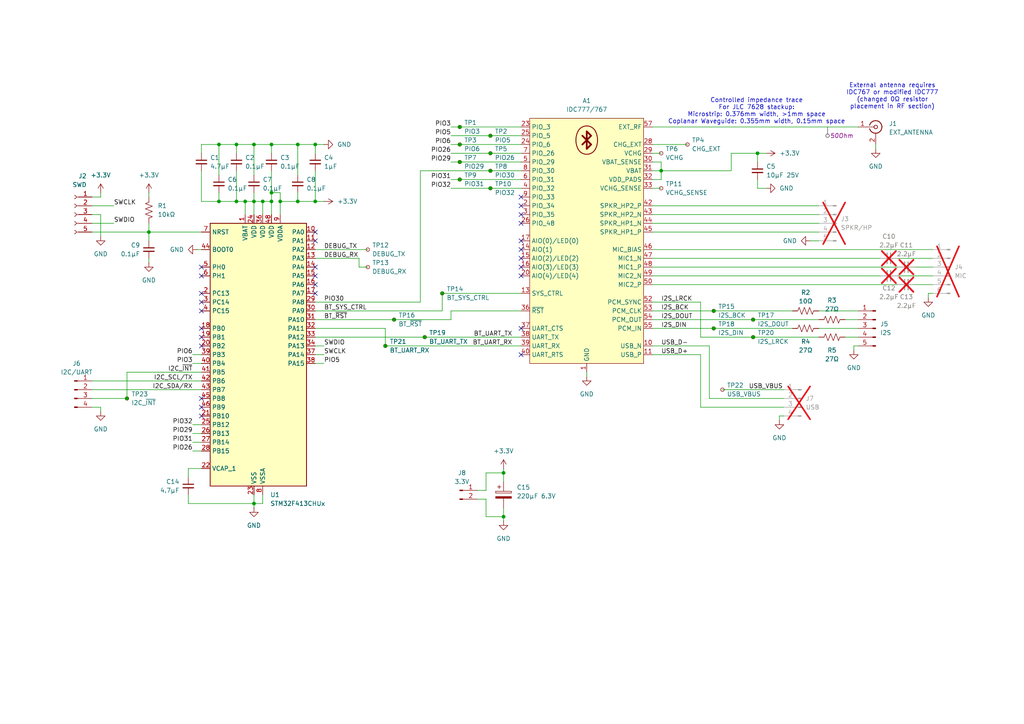
<source format=kicad_sch>
(kicad_sch (version 20231120) (generator "eeschema") (generator_version "8.0")
  (paper "A4")
  (lib_symbols
    (symbol "BW_Active:IDC777/767"
      (property "Reference" "A" (at 0 41.148 0))
      (property "Value" "IDC777/767" (at 0 38.862 0))
      (symbol "IDC777/767_0_0"
        (pin power_in line (at 0 -36.83 90) (length 2.54) (name "GND") (number "1"))
        (pin bidirectional line (at 19.05 -29.21 180) (length 2.54) (name "USB_N") (number "10"))
        (pin bidirectional line (at 19.05 -31.75 180) (length 2.54) (name "USB_P") (number "11"))
        (pin passive line (at 0 -36.83 90) (length 2.54) hide (name "GND") (number "12"))
        (pin input line (at -19.05 -13.97 0) (length 2.54) (name "SYS_CTRL") (number "13"))
        (pin bidirectional line (at -19.05 -1.27 0) (length 2.54) (name "AIO(1)") (number "14"))
        (pin bidirectional line (at -19.05 -3.81 0) (length 2.54) (name "AIO(2)/LED(2)") (number "15"))
        (pin bidirectional line (at -19.05 -6.35 0) (length 2.54) (name "AIO(3)/LED(3)") (number "16"))
        (pin bidirectional line (at -19.05 1.27 0) (length 2.54) (name "AIO(0)/LED(0)") (number "17"))
        (pin passive line (at 0 -36.83 90) (length 2.54) hide (name "GND") (number "18"))
        (pin passive line (at 0 -36.83 90) (length 2.54) hide (name "GND") (number "19"))
        (pin bidirectional line (at -19.05 11.43 0) (length 2.54) (name "PIO_34") (number "2"))
        (pin bidirectional line (at -19.05 -8.89 0) (length 2.54) (name "AIO(4)/LED(4)") (number "20"))
        (pin passive line (at 0 -36.83 90) (length 2.54) hide (name "GND") (number "21"))
        (pin passive line (at 0 -36.83 90) (length 2.54) hide (name "GND") (number "22"))
        (pin bidirectional line (at -19.05 34.29 0) (length 2.54) (name "PIO_3") (number "23"))
        (pin bidirectional line (at -19.05 29.21 0) (length 2.54) (name "PIO_6") (number "24"))
        (pin bidirectional line (at -19.05 31.75 0) (length 2.54) (name "PIO_5") (number "25"))
        (pin bidirectional line (at -19.05 6.35 0) (length 2.54) (name "PIO_48") (number "26"))
        (pin passive line (at 0 -36.83 90) (length 2.54) hide (name "GND") (number "27"))
        (pin passive line (at 19.05 29.21 180) (length 2.54) (name "CHG_EXT") (number "28"))
        (pin power_in line (at 19.05 26.67 180) (length 2.54) (name "VCHG") (number "29"))
        (pin bidirectional line (at -19.05 8.89 0) (length 2.54) (name "PIO_35") (number "3"))
        (pin input line (at 19.05 24.13 180) (length 2.54) (name "VBAT_SENSE") (number "30"))
        (pin power_in line (at 19.05 21.59 180) (length 2.54) (name "VBAT") (number "31"))
        (pin power_in line (at 19.05 19.05 180) (length 2.54) (name "VDD_PADS") (number "32"))
        (pin input line (at 19.05 16.51 180) (length 2.54) (name "VCHG_SENSE") (number "33"))
        (pin passive line (at 0 -36.83 90) (length 2.54) hide (name "GND") (number "34"))
        (pin passive line (at 0 -36.83 90) (length 2.54) hide (name "GND") (number "35"))
        (pin input line (at -19.05 -19.05 0) (length 2.54) (name "~{RST}") (number "36"))
        (pin input line (at -19.05 -24.13 0) (length 2.54) (name "UART_CTS") (number "37"))
        (pin output line (at -19.05 -26.67 0) (length 2.54) (name "UART_TX") (number "38"))
        (pin input line (at -19.05 -29.21 0) (length 2.54) (name "UART_RX") (number "39"))
        (pin bidirectional line (at -19.05 16.51 0) (length 2.54) (name "PIO_32") (number "4"))
        (pin output line (at -19.05 -31.75 0) (length 2.54) (name "UART_RTS") (number "40"))
        (pin passive line (at 0 -36.83 90) (length 2.54) hide (name "GND") (number "41"))
        (pin output line (at 19.05 11.43 180) (length 2.54) (name "SPKR_HP2_P") (number "42"))
        (pin output line (at 19.05 8.89 180) (length 2.54) (name "SPKR_HP2_N") (number "43"))
        (pin output line (at 19.05 6.35 180) (length 2.54) (name "SPKR_HP1_N") (number "44"))
        (pin output line (at 19.05 3.81 180) (length 2.54) (name "SPKR_HP1_P") (number "45"))
        (pin output line (at 19.05 -1.27 180) (length 2.54) (name "MIC_BIAS") (number "46"))
        (pin input line (at 19.05 -3.81 180) (length 2.54) (name "MIC1_N") (number "47"))
        (pin input line (at 19.05 -6.35 180) (length 2.54) (name "MIC1_P") (number "48"))
        (pin input line (at 19.05 -8.89 180) (length 2.54) (name "MIC2_N") (number "49"))
        (pin bidirectional line (at -19.05 24.13 0) (length 2.54) (name "PIO_29") (number "5"))
        (pin input line (at 19.05 -11.43 180) (length 2.54) (name "MIC2_P") (number "50"))
        (pin passive line (at 0 -36.83 90) (length 2.54) hide (name "GND") (number "51"))
        (pin bidirectional line (at 19.05 -16.51 180) (length 2.54) (name "PCM_SYNC") (number "52"))
        (pin bidirectional line (at 19.05 -19.05 180) (length 2.54) (name "PCM_CLK") (number "53"))
        (pin output line (at 19.05 -21.59 180) (length 2.54) (name "PCM_OUT") (number "54"))
        (pin input line (at 19.05 -24.13 180) (length 2.54) (name "PCM_IN") (number "55"))
        (pin passive line (at 0 -36.83 90) (length 2.54) hide (name "GND") (number "56"))
        (pin bidirectional line (at 19.05 34.29 180) (length 2.54) (name "EXT_RF") (number "57"))
        (pin passive line (at 0 -36.83 90) (length 2.54) hide (name "GND") (number "58"))
        (pin passive line (at 0 -36.83 90) (length 2.54) hide (name "GND") (number "59"))
        (pin bidirectional line (at -19.05 19.05 0) (length 2.54) (name "PIO_31") (number "6"))
        (pin passive line (at 0 -36.83 90) (length 2.54) hide (name "GND") (number "60"))
        (pin bidirectional line (at -19.05 26.67 0) (length 2.54) (name "PIO_26") (number "7"))
        (pin bidirectional line (at -19.05 21.59 0) (length 2.54) (name "PIO_30") (number "8"))
        (pin bidirectional line (at -19.05 13.97 0) (length 2.54) (name "PIO_33") (number "9"))
      )
    )
    (symbol "Connector:Conn_01x02_Pin" (pin_names (offset 1.016) hide)
      (property "Reference" "J" (at 0 2.54 0))
      (property "Value" "Conn_01x02_Pin" (at 0 -5.08 0))
      (symbol "Conn_01x02_Pin_1_1"
        (pin passive line (at 5.08 0 180) (length 3.81) (name "Pin_1") (number "1"))
        (pin passive line (at 5.08 -2.54 180) (length 3.81) (name "Pin_2") (number "2"))
      )
    )
    (symbol "Connector:Conn_01x04_Pin" (pin_names (offset 1.016) hide)
      (property "Reference" "J" (at 0 5.08 0))
      (property "Value" "Conn_01x04_Pin" (at 0 -7.62 0))
      (symbol "Conn_01x04_Pin_1_1"
        (pin passive line (at 5.08 2.54 180) (length 3.81) (name "Pin_1") (number "1"))
        (pin passive line (at 5.08 0 180) (length 3.81) (name "Pin_2") (number "2"))
        (pin passive line (at 5.08 -2.54 180) (length 3.81) (name "Pin_3") (number "3"))
        (pin passive line (at 5.08 -5.08 180) (length 3.81) (name "Pin_4") (number "4"))
      )
    )
    (symbol "Connector:Conn_01x05_Pin" (pin_names (offset 1.016) hide)
      (property "Reference" "J" (at 0 7.62 0))
      (property "Value" "Conn_01x05_Pin" (at 0 -7.62 0))
      (symbol "Conn_01x05_Pin_1_1"
        (pin passive line (at 5.08 5.08 180) (length 3.81) (name "Pin_1") (number "1"))
        (pin passive line (at 5.08 2.54 180) (length 3.81) (name "Pin_2") (number "2"))
        (pin passive line (at 5.08 0 180) (length 3.81) (name "Pin_3") (number "3"))
        (pin passive line (at 5.08 -2.54 180) (length 3.81) (name "Pin_4") (number "4"))
        (pin passive line (at 5.08 -5.08 180) (length 3.81) (name "Pin_5") (number "5"))
      )
    )
    (symbol "Connector:Conn_01x05_Socket" (pin_names (offset 1.016) hide)
      (property "Reference" "J" (at 0 7.62 0))
      (property "Value" "Conn_01x05_Socket" (at 0 -7.62 0))
      (symbol "Conn_01x05_Socket_1_1"
        (pin passive line (at -5.08 5.08 0) (length 3.81) (name "Pin_1") (number "1"))
        (pin passive line (at -5.08 2.54 0) (length 3.81) (name "Pin_2") (number "2"))
        (pin passive line (at -5.08 0 0) (length 3.81) (name "Pin_3") (number "3"))
        (pin passive line (at -5.08 -2.54 0) (length 3.81) (name "Pin_4") (number "4"))
        (pin passive line (at -5.08 -5.08 0) (length 3.81) (name "Pin_5") (number "5"))
      )
    )
    (symbol "Connector:Conn_01x06_Pin" (pin_names (offset 1.016) hide)
      (property "Reference" "J" (at 0 7.62 0))
      (property "Value" "Conn_01x06_Pin" (at 0 -10.16 0))
      (symbol "Conn_01x06_Pin_1_1"
        (pin passive line (at 5.08 5.08 180) (length 3.81) (name "Pin_1") (number "1"))
        (pin passive line (at 5.08 2.54 180) (length 3.81) (name "Pin_2") (number "2"))
        (pin passive line (at 5.08 0 180) (length 3.81) (name "Pin_3") (number "3"))
        (pin passive line (at 5.08 -2.54 180) (length 3.81) (name "Pin_4") (number "4"))
        (pin passive line (at 5.08 -5.08 180) (length 3.81) (name "Pin_5") (number "5"))
        (pin passive line (at 5.08 -7.62 180) (length 3.81) (name "Pin_6") (number "6"))
      )
    )
    (symbol "Connector:Conn_Coaxial" (pin_names (offset 1.016) hide)
      (property "Reference" "J" (at 0.254 3.048 0))
      (property "Value" "Conn_Coaxial" (at 2.921 0 90))
      (symbol "Conn_Coaxial_1_1"
        (pin passive line (at -5.08 0 0) (length 2.54) (name "In") (number "1"))
        (pin passive line (at 0 -5.08 90) (length 2.54) (name "Ext") (number "2"))
      )
    )
    (symbol "Connector:TestPoint_Small" (pin_numbers hide) (pin_names (offset 0.762) hide)
      (property "Reference" "TP" (at 0 3.81 0))
      (property "Value" "TestPoint_Small" (at 0 2.032 0))
      (symbol "TestPoint_Small_1_1"
        (pin passive line (at 0 0 90) (length 0) (name "1") (number "1"))
      )
    )
    (symbol "Device:C_Polarized" (pin_numbers hide) (pin_names (offset 0.254))
      (property "Reference" "C" (at 0.635 2.54 0))
      (property "Value" "C_Polarized" (at 0.635 -2.54 0))
      (symbol "C_Polarized_1_1"
        (pin passive line (at 0 3.81 270) (length 2.794) (name "~") (number "1"))
        (pin passive line (at 0 -3.81 90) (length 2.794) (name "~") (number "2"))
      )
    )
    (symbol "Device:C_Small" (pin_numbers hide) (pin_names (offset 0.254) hide)
      (property "Reference" "C" (at 0.254 1.778 0))
      (property "Value" "C_Small" (at 0.254 -2.032 0))
      (symbol "C_Small_1_1"
        (pin passive line (at 0 2.54 270) (length 2.032) (name "~") (number "1"))
        (pin passive line (at 0 -2.54 90) (length 2.032) (name "~") (number "2"))
      )
    )
    (symbol "Device:R_US" (pin_numbers hide) (pin_names (offset 0))
      (property "Reference" "R" (at 2.54 0 90))
      (property "Value" "R_US" (at -2.54 0 90))
      (symbol "R_US_1_1"
        (pin passive line (at 0 3.81 270) (length 1.27) (name "~") (number "1"))
        (pin passive line (at 0 -3.81 90) (length 1.27) (name "~") (number "2"))
      )
    )
    (symbol "MCU_ST_STM32F4:STM32F413CHUx"
      (property "Reference" "U" (at -12.7 39.37 0))
      (property "Value" "STM32F413CHUx" (at 10.16 39.37 0))
      (symbol "STM32F413CHUx_1_1"
        (pin power_in line (at -2.54 40.64 270) (length 2.54) (name "VBAT") (number "1"))
        (pin bidirectional line (at 17.78 35.56 180) (length 2.54) (name "PA0") (number "10"))
        (pin bidirectional line (at 17.78 33.02 180) (length 2.54) (name "PA1") (number "11"))
        (pin bidirectional line (at 17.78 30.48 180) (length 2.54) (name "PA2") (number "12"))
        (pin bidirectional line (at 17.78 27.94 180) (length 2.54) (name "PA3") (number "13"))
        (pin bidirectional line (at 17.78 25.4 180) (length 2.54) (name "PA4") (number "14"))
        (pin bidirectional line (at 17.78 22.86 180) (length 2.54) (name "PA5") (number "15"))
        (pin bidirectional line (at 17.78 20.32 180) (length 2.54) (name "PA6") (number "16"))
        (pin bidirectional line (at 17.78 17.78 180) (length 2.54) (name "PA7") (number "17"))
        (pin bidirectional line (at -15.24 7.62 0) (length 2.54) (name "PB0") (number "18"))
        (pin bidirectional line (at -15.24 5.08 0) (length 2.54) (name "PB1") (number "19"))
        (pin bidirectional line (at -15.24 17.78 0) (length 2.54) (name "PC13") (number "2"))
        (pin bidirectional line (at -15.24 2.54 0) (length 2.54) (name "PB2") (number "20"))
        (pin bidirectional line (at -15.24 -17.78 0) (length 2.54) (name "PB10") (number "21"))
        (pin power_out line (at -15.24 -33.02 0) (length 2.54) (name "VCAP_1") (number "22"))
        (pin power_in line (at 0 -40.64 90) (length 2.54) (name "VSS") (number "23"))
        (pin power_in line (at 0 40.64 270) (length 2.54) (name "VDD") (number "24"))
        (pin bidirectional line (at -15.24 -20.32 0) (length 2.54) (name "PB12") (number "25"))
        (pin bidirectional line (at -15.24 -22.86 0) (length 2.54) (name "PB13") (number "26"))
        (pin bidirectional line (at -15.24 -25.4 0) (length 2.54) (name "PB14") (number "27"))
        (pin bidirectional line (at -15.24 -27.94 0) (length 2.54) (name "PB15") (number "28"))
        (pin bidirectional line (at 17.78 15.24 180) (length 2.54) (name "PA8") (number "29"))
        (pin bidirectional line (at -15.24 15.24 0) (length 2.54) (name "PC14") (number "3"))
        (pin bidirectional line (at 17.78 12.7 180) (length 2.54) (name "PA9") (number "30"))
        (pin bidirectional line (at 17.78 10.16 180) (length 2.54) (name "PA10") (number "31"))
        (pin bidirectional line (at 17.78 7.62 180) (length 2.54) (name "PA11") (number "32"))
        (pin bidirectional line (at 17.78 5.08 180) (length 2.54) (name "PA12") (number "33"))
        (pin bidirectional line (at 17.78 2.54 180) (length 2.54) (name "PA13") (number "34"))
        (pin passive line (at 0 -40.64 90) (length 2.54) hide (name "VSS") (number "35"))
        (pin power_in line (at 2.54 40.64 270) (length 2.54) (name "VDD") (number "36"))
        (pin bidirectional line (at 17.78 0 180) (length 2.54) (name "PA14") (number "37"))
        (pin bidirectional line (at 17.78 -2.54 180) (length 2.54) (name "PA15") (number "38"))
        (pin bidirectional line (at -15.24 0 0) (length 2.54) (name "PB3") (number "39"))
        (pin bidirectional line (at -15.24 12.7 0) (length 2.54) (name "PC15") (number "4"))
        (pin bidirectional line (at -15.24 -2.54 0) (length 2.54) (name "PB4") (number "40"))
        (pin bidirectional line (at -15.24 -5.08 0) (length 2.54) (name "PB5") (number "41"))
        (pin bidirectional line (at -15.24 -7.62 0) (length 2.54) (name "PB6") (number "42"))
        (pin bidirectional line (at -15.24 -10.16 0) (length 2.54) (name "PB7") (number "43"))
        (pin input line (at -15.24 30.48 0) (length 2.54) (name "BOOT0") (number "44"))
        (pin bidirectional line (at -15.24 -12.7 0) (length 2.54) (name "PB8") (number "45"))
        (pin bidirectional line (at -15.24 -15.24 0) (length 2.54) (name "PB9") (number "46"))
        (pin passive line (at 0 -40.64 90) (length 2.54) hide (name "VSS") (number "47"))
        (pin power_in line (at 5.08 40.64 270) (length 2.54) (name "VDD") (number "48"))
        (pin passive line (at 0 -40.64 90) (length 2.54) hide (name "VSS") (number "49"))
        (pin bidirectional line (at -15.24 25.4 0) (length 2.54) (name "PH0") (number "5"))
        (pin bidirectional line (at -15.24 22.86 0) (length 2.54) (name "PH1") (number "6"))
        (pin input line (at -15.24 35.56 0) (length 2.54) (name "NRST") (number "7"))
        (pin power_in line (at 2.54 -40.64 90) (length 2.54) (name "VSSA") (number "8"))
        (pin power_in line (at 7.62 40.64 270) (length 2.54) (name "VDDA") (number "9"))
      )
    )
    (symbol "power:+3.3V" (power) (pin_numbers hide) (pin_names (offset 0) hide)
      (property "Value" "+3.3V" (at 0 3.556 0))
      (symbol "+3.3V_1_1"
        (pin power_in line (at 0 0 90) (length 0) (name "~") (number "1"))
      )
    )
    (symbol "power:GND" (power) (pin_numbers hide) (pin_names (offset 0) hide)
      (property "Value" "GND" (at 0 -3.81 0))
      (symbol "GND_1_1"
        (pin power_in line (at 0 0 270) (length 0) (name "~") (number "1"))
      )
    )
  )
  (junction (at 133.35 52.07))
  (junction (at 111.76 100.33))
  (junction (at 63.5 41.91))
  (junction (at 123.19 97.79))
  (junction (at 142.24 54.61))
  (junction (at 91.44 41.91))
  (junction (at 133.35 36.83))
  (junction (at 146.05 137.16))
  (junction (at 81.28 58.42))
  (junction (at 86.36 58.42))
  (junction (at 78.74 55.88))
  (junction (at 128.27 85.09))
  (junction (at 218.44 97.79))
  (junction (at 207.01 90.17))
  (junction (at 68.58 41.91))
  (junction (at 86.36 41.91))
  (junction (at 219.71 44.45))
  (junction (at 78.74 58.42))
  (junction (at 63.5 58.42))
  (junction (at 36.83 115.57))
  (junction (at 191.77 49.53))
  (junction (at 142.24 44.45))
  (junction (at 133.35 41.91))
  (junction (at 142.24 49.53))
  (junction (at 133.35 46.99))
  (junction (at 68.58 58.42))
  (junction (at 207.01 95.25))
  (junction (at 71.12 58.42))
  (junction (at 76.2 58.42))
  (junction (at 78.74 41.91))
  (junction (at 73.66 41.91))
  (junction (at 73.66 146.05))
  (junction (at 91.44 58.42))
  (junction (at 73.66 58.42))
  (junction (at 218.44 92.71))
  (junction (at 43.18 67.31))
  (junction (at 142.24 39.37))
  (junction (at 114.3 92.71))
  (junction (at 146.05 149.86))
  (no_connect (at 58.42 77.47))
  (no_connect (at 58.42 100.33))
  (no_connect (at 91.44 82.55))
  (no_connect (at 151.13 80.01))
  (no_connect (at 151.13 95.25))
  (no_connect (at 58.42 87.63))
  (no_connect (at 151.13 59.69))
  (no_connect (at 91.44 85.09))
  (no_connect (at 58.42 115.57))
  (no_connect (at 151.13 72.39))
  (no_connect (at 58.42 85.09))
  (no_connect (at 58.42 90.17))
  (no_connect (at 91.44 80.01))
  (no_connect (at 151.13 69.85))
  (no_connect (at 58.42 118.11))
  (no_connect (at 151.13 77.47))
  (no_connect (at 91.44 69.85))
  (no_connect (at 151.13 62.23))
  (no_connect (at 58.42 80.01))
  (no_connect (at 91.44 67.31))
  (no_connect (at 151.13 64.77))
  (no_connect (at 58.42 120.65))
  (no_connect (at 151.13 102.87))
  (no_connect (at 91.44 77.47))
  (no_connect (at 151.13 74.93))
  (no_connect (at 58.42 97.79))
  (no_connect (at 151.13 57.15))
  (no_connect (at 58.42 95.25))
  (wire (pts (xy 209.55 113.03) (xy 227.33 113.03)))
  (wire (pts (xy 73.66 58.42) (xy 73.66 62.23)))
  (wire (pts (xy 146.05 137.16) (xy 146.05 139.7)))
  (wire (pts (xy 140.97 149.86) (xy 146.05 149.86)))
  (wire (pts (xy 189.23 72.39) (xy 270.51 72.39)))
  (wire (pts (xy 269.24 85.09) (xy 270.51 85.09)))
  (wire (pts (xy 245.11 97.79) (xy 248.92 97.79)))
  (wire (pts (xy 203.2 97.79) (xy 203.2 87.63)))
  (wire (pts (xy 234.95 69.85) (xy 237.49 69.85)))
  (wire (pts (xy 140.97 142.24) (xy 140.97 137.16)))
  (wire (pts (xy 76.2 58.42) (xy 78.74 58.42)))
  (wire (pts (xy 73.66 41.91) (xy 78.74 41.91)))
  (wire (pts (xy 58.42 58.42) (xy 63.5 58.42)))
  (wire (pts (xy 222.25 44.45) (xy 219.71 44.45)))
  (wire (pts (xy 189.23 87.63) (xy 203.2 87.63)))
  (wire (pts (xy 55.88 123.19) (xy 58.42 123.19)))
  (wire (pts (xy 121.92 49.53) (xy 121.92 87.63)))
  (wire (pts (xy 43.18 67.31) (xy 43.18 69.85)))
  (wire (pts (xy 151.13 49.53) (xy 142.24 49.53)))
  (wire (pts (xy 91.44 95.25) (xy 111.76 95.25)))
  (wire (pts (xy 130.81 44.45) (xy 142.24 44.45)))
  (wire (pts (xy 189.23 41.91) (xy 199.39 41.91)))
  (wire (pts (xy 26.67 62.23) (xy 29.21 62.23)))
  (wire (pts (xy 265.43 77.47) (xy 270.51 77.47)))
  (wire (pts (xy 189.23 95.25) (xy 207.01 95.25)))
  (wire (pts (xy 71.12 58.42) (xy 71.12 62.23)))
  (wire (pts (xy 36.83 115.57) (xy 26.67 115.57)))
  (wire (pts (xy 203.2 97.79) (xy 218.44 97.79)))
  (wire (pts (xy 123.19 97.79) (xy 151.13 97.79)))
  (wire (pts (xy 245.11 92.71) (xy 248.92 92.71)))
  (wire (pts (xy 142.24 44.45) (xy 151.13 44.45)))
  (wire (pts (xy 237.49 90.17) (xy 248.92 90.17)))
  (wire (pts (xy 133.35 52.07) (xy 151.13 52.07)))
  (wire (pts (xy 189.23 64.77) (xy 237.49 64.77)))
  (wire (pts (xy 29.21 57.15) (xy 26.67 57.15)))
  (wire (pts (xy 43.18 55.88) (xy 43.18 57.15)))
  (wire (pts (xy 91.44 58.42) (xy 93.98 58.42)))
  (wire (pts (xy 76.2 146.05) (xy 73.66 146.05)))
  (wire (pts (xy 76.2 58.42) (xy 76.2 62.23)))
  (wire (pts (xy 222.25 54.61) (xy 219.71 54.61)))
  (wire (pts (xy 128.27 85.09) (xy 151.13 85.09)))
  (wire (pts (xy 58.42 44.45) (xy 58.42 41.91)))
  (wire (pts (xy 33.02 64.77) (xy 26.67 64.77)))
  (wire (pts (xy 189.23 62.23) (xy 237.49 62.23)))
  (wire (pts (xy 189.23 59.69) (xy 237.49 59.69)))
  (wire (pts (xy 86.36 58.42) (xy 91.44 58.42)))
  (wire (pts (xy 71.12 58.42) (xy 73.66 58.42)))
  (wire (pts (xy 29.21 55.88) (xy 29.21 57.15)))
  (wire (pts (xy 26.67 110.49) (xy 58.42 110.49)))
  (wire (pts (xy 205.74 100.33) (xy 205.74 115.57)))
  (wire (pts (xy 91.44 92.71) (xy 114.3 92.71)))
  (wire (pts (xy 73.66 143.51) (xy 73.66 146.05)))
  (wire (pts (xy 189.23 49.53) (xy 191.77 49.53)))
  (wire (pts (xy 63.5 41.91) (xy 68.58 41.91)))
  (wire (pts (xy 212.09 44.45) (xy 212.09 49.53)))
  (wire (pts (xy 58.42 49.53) (xy 58.42 58.42)))
  (wire (pts (xy 76.2 143.51) (xy 76.2 146.05)))
  (wire (pts (xy 254 41.91) (xy 254 43.18)))
  (wire (pts (xy 189.23 52.07) (xy 191.77 52.07)))
  (wire (pts (xy 86.36 41.91) (xy 91.44 41.91)))
  (wire (pts (xy 203.2 102.87) (xy 203.2 118.11)))
  (wire (pts (xy 207.01 90.17) (xy 229.87 90.17)))
  (wire (pts (xy 142.24 39.37) (xy 151.13 39.37)))
  (wire (pts (xy 133.35 46.99) (xy 151.13 46.99)))
  (wire (pts (xy 54.61 143.51) (xy 54.61 146.05)))
  (wire (pts (xy 265.43 82.55) (xy 270.51 82.55)))
  (wire (pts (xy 130.81 39.37) (xy 142.24 39.37)))
  (wire (pts (xy 260.35 80.01) (xy 270.51 80.01)))
  (wire (pts (xy 78.74 41.91) (xy 86.36 41.91)))
  (wire (pts (xy 91.44 90.17) (xy 128.27 90.17)))
  (wire (pts (xy 54.61 138.43) (xy 54.61 135.89)))
  (wire (pts (xy 81.28 55.88) (xy 81.28 58.42)))
  (wire (pts (xy 29.21 62.23) (xy 29.21 68.58)))
  (wire (pts (xy 68.58 58.42) (xy 71.12 58.42)))
  (wire (pts (xy 142.24 49.53) (xy 121.92 49.53)))
  (wire (pts (xy 91.44 41.91) (xy 91.44 44.45)))
  (wire (pts (xy 205.74 115.57) (xy 227.33 115.57)))
  (wire (pts (xy 146.05 149.86) (xy 146.05 151.13)))
  (wire (pts (xy 55.88 130.81) (xy 58.42 130.81)))
  (wire (pts (xy 191.77 52.07) (xy 191.77 49.53)))
  (wire (pts (xy 189.23 90.17) (xy 207.01 90.17)))
  (wire (pts (xy 91.44 105.41) (xy 93.98 105.41)))
  (wire (pts (xy 130.81 36.83) (xy 133.35 36.83)))
  (wire (pts (xy 43.18 67.31) (xy 58.42 67.31)))
  (wire (pts (xy 189.23 77.47) (xy 260.35 77.47)))
  (wire (pts (xy 226.06 121.92) (xy 226.06 120.65)))
  (wire (pts (xy 78.74 49.53) (xy 78.74 55.88)))
  (wire (pts (xy 26.67 118.11) (xy 29.21 118.11)))
  (wire (pts (xy 140.97 137.16) (xy 146.05 137.16)))
  (wire (pts (xy 133.35 41.91) (xy 151.13 41.91)))
  (wire (pts (xy 54.61 146.05) (xy 73.66 146.05)))
  (wire (pts (xy 189.23 102.87) (xy 203.2 102.87)))
  (wire (pts (xy 78.74 58.42) (xy 78.74 62.23)))
  (wire (pts (xy 219.71 44.45) (xy 212.09 44.45)))
  (wire (pts (xy 91.44 58.42) (xy 91.44 49.53)))
  (wire (pts (xy 78.74 55.88) (xy 78.74 58.42)))
  (wire (pts (xy 130.81 46.99) (xy 133.35 46.99)))
  (wire (pts (xy 73.66 146.05) (xy 73.66 147.32)))
  (wire (pts (xy 189.23 80.01) (xy 255.27 80.01)))
  (wire (pts (xy 36.83 107.95) (xy 58.42 107.95)))
  (wire (pts (xy 260.35 74.93) (xy 270.51 74.93)))
  (wire (pts (xy 111.76 100.33) (xy 151.13 100.33)))
  (wire (pts (xy 57.15 72.39) (xy 58.42 72.39)))
  (wire (pts (xy 189.23 92.71) (xy 218.44 92.71)))
  (wire (pts (xy 91.44 72.39) (xy 106.68 72.39)))
  (wire (pts (xy 63.5 58.42) (xy 68.58 58.42)))
  (wire (pts (xy 138.43 142.24) (xy 140.97 142.24)))
  (wire (pts (xy 189.23 54.61) (xy 191.77 54.61)))
  (wire (pts (xy 130.81 54.61) (xy 142.24 54.61)))
  (wire (pts (xy 130.81 52.07) (xy 133.35 52.07)))
  (wire (pts (xy 114.3 92.71) (xy 130.81 92.71)))
  (wire (pts (xy 55.88 102.87) (xy 58.42 102.87)))
  (wire (pts (xy 189.23 74.93) (xy 255.27 74.93)))
  (wire (pts (xy 189.23 36.83) (xy 248.92 36.83)))
  (wire (pts (xy 63.5 41.91) (xy 63.5 50.8)))
  (wire (pts (xy 111.76 100.33) (xy 111.76 95.25)))
  (wire (pts (xy 26.67 67.31) (xy 43.18 67.31)))
  (wire (pts (xy 237.49 95.25) (xy 248.92 95.25)))
  (wire (pts (xy 73.66 58.42) (xy 76.2 58.42)))
  (wire (pts (xy 86.36 41.91) (xy 86.36 50.8)))
  (wire (pts (xy 138.43 144.78) (xy 140.97 144.78)))
  (wire (pts (xy 121.92 87.63) (xy 91.44 87.63)))
  (wire (pts (xy 29.21 118.11) (xy 29.21 119.38)))
  (wire (pts (xy 133.35 36.83) (xy 151.13 36.83)))
  (wire (pts (xy 128.27 90.17) (xy 128.27 85.09)))
  (wire (pts (xy 207.01 95.25) (xy 229.87 95.25)))
  (wire (pts (xy 104.14 77.47) (xy 106.68 77.47)))
  (wire (pts (xy 130.81 41.91) (xy 133.35 41.91)))
  (wire (pts (xy 55.88 128.27) (xy 58.42 128.27)))
  (wire (pts (xy 55.88 125.73) (xy 58.42 125.73)))
  (wire (pts (xy 130.81 90.17) (xy 151.13 90.17)))
  (wire (pts (xy 91.44 102.87) (xy 93.98 102.87)))
  (wire (pts (xy 73.66 55.88) (xy 73.66 58.42)))
  (wire (pts (xy 219.71 44.45) (xy 219.71 46.99)))
  (wire (pts (xy 91.44 100.33) (xy 93.98 100.33)))
  (wire (pts (xy 219.71 54.61) (xy 219.71 52.07)))
  (wire (pts (xy 63.5 55.88) (xy 63.5 58.42)))
  (wire (pts (xy 54.61 135.89) (xy 58.42 135.89)))
  (wire (pts (xy 91.44 74.93) (xy 104.14 74.93)))
  (wire (pts (xy 58.42 41.91) (xy 63.5 41.91)))
  (wire (pts (xy 189.23 67.31) (xy 237.49 67.31)))
  (wire (pts (xy 33.02 59.69) (xy 26.67 59.69)))
  (wire (pts (xy 55.88 105.41) (xy 58.42 105.41)))
  (wire (pts (xy 43.18 74.93) (xy 43.18 76.2)))
  (wire (pts (xy 68.58 41.91) (xy 73.66 41.91)))
  (wire (pts (xy 189.23 82.55) (xy 260.35 82.55)))
  (wire (pts (xy 43.18 64.77) (xy 43.18 67.31)))
  (wire (pts (xy 189.23 46.99) (xy 191.77 46.99)))
  (wire (pts (xy 36.83 107.95) (xy 36.83 115.57)))
  (wire (pts (xy 81.28 62.23) (xy 81.28 58.42)))
  (wire (pts (xy 140.97 144.78) (xy 140.97 149.86)))
  (wire (pts (xy 78.74 55.88) (xy 81.28 55.88)))
  (wire (pts (xy 81.28 58.42) (xy 86.36 58.42)))
  (wire (pts (xy 26.67 113.03) (xy 58.42 113.03)))
  (wire (pts (xy 189.23 44.45) (xy 191.77 44.45)))
  (wire (pts (xy 191.77 49.53) (xy 191.77 46.99)))
  (wire (pts (xy 91.44 97.79) (xy 123.19 97.79)))
  (wire (pts (xy 73.66 41.91) (xy 73.66 50.8)))
  (wire (pts (xy 269.24 86.36) (xy 269.24 85.09)))
  (wire (pts (xy 78.74 41.91) (xy 78.74 44.45)))
  (wire (pts (xy 146.05 149.86) (xy 146.05 147.32)))
  (wire (pts (xy 212.09 49.53) (xy 191.77 49.53)))
  (wire (pts (xy 68.58 41.91) (xy 68.58 44.45)))
  (wire (pts (xy 104.14 74.93) (xy 104.14 77.47)))
  (wire (pts (xy 91.44 41.91) (xy 93.98 41.91)))
  (wire (pts (xy 247.65 101.6) (xy 247.65 100.33)))
  (wire (pts (xy 142.24 54.61) (xy 151.13 54.61)))
  (wire (pts (xy 226.06 120.65) (xy 227.33 120.65)))
  (wire (pts (xy 130.81 92.71) (xy 130.81 90.17)))
  (wire (pts (xy 146.05 135.89) (xy 146.05 137.16)))
  (wire (pts (xy 247.65 100.33) (xy 248.92 100.33)))
  (wire (pts (xy 203.2 118.11) (xy 227.33 118.11)))
  (wire (pts (xy 170.18 107.95) (xy 170.18 109.22)))
  (wire (pts (xy 68.58 49.53) (xy 68.58 58.42)))
  (wire (pts (xy 189.23 100.33) (xy 205.74 100.33)))
  (wire (pts (xy 86.36 55.88) (xy 86.36 58.42)))
  (wire (pts (xy 218.44 92.71) (xy 237.49 92.71)))
  (wire (pts (xy 218.44 97.79) (xy 237.49 97.79)))
  (text "Controlled impedance trace\nFor JLC 7628 stackup:\nMicrostrip: 0.376mm width, >1mm space\nCoplanar Waveguide: 0.355mm width, 0.15mm space" (at 219.456 32.258 0) (effects (font (size 1.27 1.27))))
  (text "External antenna requires\nIDC767 or modified IDC777\n(changed 0Ω resistor\nplacement in RF section)" (at 258.826 27.94 0) (effects (font (size 1.27 1.27))))
  (label "DEBUG_RX" (at 93.98 74.93 0))
  (label "PIO29" (at 55.88 125.73 180))
  (label "PIO5" (at 130.81 39.37 180))
  (label "SWDIO" (at 93.98 100.33 0))
  (label "BT_UART_RX" (at 148.59 100.33 180))
  (label "BT_UART_TX" (at 148.59 97.79 180))
  (label "I2S_LRCK" (at 191.77 87.63 0))
  (label "PIO6" (at 130.81 41.91 180))
  (label "USB_VBUS" (at 217.17 113.03 0))
  (label "I2S_DOUT" (at 191.77 92.71 0))
  (label "PIO26" (at 55.88 130.81 180))
  (label "USB_D-" (at 191.77 100.33 0))
  (label "PIO31" (at 55.88 128.27 180))
  (label "I2C_SCL/TX" (at 55.88 110.49 180))
  (label "PIO32" (at 55.88 123.19 180))
  (label "DEBUG_TX" (at 93.98 72.39 0))
  (label "I2C_~{INT}" (at 55.88 107.95 180))
  (label "PIO30" (at 93.98 87.63 0))
  (label "PIO6" (at 55.88 102.87 180))
  (label "BT_SYS_CTRL" (at 93.98 90.17 0))
  (label "PIO31" (at 130.81 52.07 180))
  (label "PIO29" (at 130.81 46.99 180))
  (label "I2S_BCK" (at 191.77 90.17 0))
  (label "SWCLK" (at 33.02 59.69 0))
  (label "BT_~{RST}" (at 93.98 92.71 0))
  (label "PIO3" (at 55.88 105.41 180))
  (label "PIO5" (at 93.98 105.41 0))
  (label "I2C_SDA{slash}RX" (at 55.88 113.03 180))
  (label "USB_D+" (at 191.77 102.87 0))
  (label "PIO3" (at 130.81 36.83 180))
  (label "PIO32" (at 130.81 54.61 180))
  (label "I2S_DIN" (at 191.77 95.25 0))
  (label "SWCLK" (at 93.98 102.87 0))
  (label "SWDIO" (at 33.02 64.77 0))
  (label "PIO26" (at 130.81 44.45 180))
  (netclass_flag "" (length 2.54) (shape round) (at 240.03 36.83 180) (property "Netclass" "50Ohm" (at 240.7285 39.37 0) (effects (font (italic yes)) (justify left))))
  (symbol (lib_id "Device:C_Small") (at 86.36 53.34 0) (unit 1)
    (property "Reference" "C8" (at 88.9 52.0762 0) (effects (justify left)))
    (property "Value" "0.1µF" (at 88.9 54.6162 0) (effects (justify left)))
    (property "Footprint" "Capacitor_SMD:C_0603_1608Metric" (effects (hide yes)))
    (property "Description" "Unpolarized capacitor, small symbol" (effects (hide yes)))
  )
  (symbol (lib_id "Device:C_Small") (at 58.42 46.99 0) (unit 1)
    (property "Reference" "C1" (at 60.96 45.7262 0) (effects (justify left)))
    (property "Value" "4.7µF" (at 60.96 48.2662 0) (effects (justify left)))
    (property "Footprint" "Capacitor_SMD:C_0603_1608Metric" (effects (hide yes)))
    (property "Description" "Unpolarized capacitor, small symbol" (effects (hide yes)))
  )
  (symbol (lib_id "Device:R_US") (at 241.3 92.71 90) (unit 1)
    (property "Reference" "R3" (at 241.3 87.122 90))
    (property "Value" "27Ω" (at 241.3 89.662 90))
    (property "Footprint" "Resistor_SMD:R_0603_1608Metric" (effects (hide yes)))
    (property "Description" "Resistor, US symbol" (effects (hide yes)))
  )
  (symbol (lib_id "power:GND") (at 222.25 54.61 90) (unit 1)
    (property "Reference" "#PWR04" (effects (hide yes)))
    (property "Value" "GND" (at 226.06 54.6099 90) (effects (justify right)))
    (property "Description" "Power symbol creates a global label with name \"GND\" , ground" (effects (hide yes)))
  )
  (symbol (lib_id "Connector:Conn_01x06_Pin") (at 275.59 77.47 0) (mirror y) (unit 1) (dnp yes)
    (property "Reference" "J4" (at 276.86 77.4699 0) (effects (justify right)))
    (property "Value" "MIC" (at 276.86 80.0099 0) (effects (justify right)))
    (property "Footprint" "BW_Connectors:Amphenol_MINITEK_WTB_1.25_6P" (effects (hide yes)))
    (property "Description" "Generic connector, single row, 01x06, script generated" (effects (hide yes)))
  )
  (symbol (lib_id "Connector:Conn_01x05_Socket") (at 21.59 62.23 0) (mirror y) (unit 1)
    (property "Reference" "J2" (at 25.146 51.054 0) (effects (justify left)))
    (property "Value" "SWD" (at 25.146 53.594 0) (effects (justify left)))
    (property "Footprint" "Connector_PinSocket_1.27mm:PinSocket_1x05_P1.27mm_Vertical_SMD_Pin1Right" (effects (hide yes)))
    (property "Description" "Generic connector, single row, 01x05, script generated" (effects (hide yes)))
  )
  (symbol (lib_id "power:GND") (at 57.15 72.39 270) (mirror x) (unit 1)
    (property "Reference" "#PWR010" (effects (hide yes)))
    (property "Value" "GND" (at 53.34 72.3899 90) (effects (justify right)))
    (property "Description" "Power symbol creates a global label with name \"GND\" , ground" (effects (hide yes)))
  )
  (symbol (lib_id "power:GND") (at 234.95 69.85 270) (unit 1)
    (property "Reference" "#PWR09" (effects (hide yes)))
    (property "Value" "GND" (at 231.14 69.8499 90) (effects (justify right)))
    (property "Description" "Power symbol creates a global label with name \"GND\" , ground" (effects (hide yes)))
  )
  (symbol (lib_id "Connector:TestPoint_Small") (at 106.68 72.39 0) (unit 1)
    (property "Reference" "TP12" (at 107.95 71.1199 0) (effects (justify left)))
    (property "Value" "DEBUG_TX" (at 107.95 73.6599 0) (effects (justify left)))
    (property "Footprint" "BW_PassiveMechanical:TP_0603_1608Metric_Fused" (effects (hide yes)))
    (property "Description" "test point" (effects (hide yes)))
  )
  (symbol (lib_id "Device:C_Small") (at 43.18 72.39 0) (mirror y) (unit 1)
    (property "Reference" "C9" (at 40.64 71.1262 0) (effects (justify left)))
    (property "Value" "0.1µF" (at 40.64 73.6662 0) (effects (justify left)))
    (property "Footprint" "Capacitor_SMD:C_0603_1608Metric" (effects (hide yes)))
    (property "Description" "Unpolarized capacitor, small symbol" (effects (hide yes)))
  )
  (symbol (lib_id "power:GND") (at 254 43.18 0) (unit 1)
    (property "Reference" "#PWR02" (effects (hide yes)))
    (property "Value" "GND" (at 254 48.26 0))
    (property "Description" "Power symbol creates a global label with name \"GND\" , ground" (effects (hide yes)))
  )
  (symbol (lib_id "Device:C_Polarized") (at 146.05 143.51 0) (unit 1)
    (property "Reference" "C15" (at 149.86 141.3509 0) (effects (justify left)))
    (property "Value" "220µF 6.3V" (at 149.86 143.8909 0) (effects (justify left)))
    (property "Footprint" "Capacitor_SMD:CP_Elec_5x5.8" (effects (hide yes)))
    (property "Description" "Polarized capacitor" (effects (hide yes)))
  )
  (symbol (lib_id "Device:C_Small") (at 262.89 77.47 90) (unit 1) (dnp yes)
    (property "Reference" "C11" (at 262.8963 71.12 90))
    (property "Value" "2.2µF" (at 262.8963 73.66 90))
    (property "Footprint" "Capacitor_SMD:C_0603_1608Metric" (effects (hide yes)))
    (property "Description" "Unpolarized capacitor, small symbol" (effects (hide yes)))
  )
  (symbol (lib_id "Connector:TestPoint_Small") (at 133.35 46.99 0) (unit 1)
    (property "Reference" "TP7" (at 134.62 45.7199 0) (effects (justify left)))
    (property "Value" "PIO29" (at 134.62 48.2599 0) (effects (justify left)))
    (property "Footprint" "TestPoint:TestPoint_Pad_D1.0mm" (effects (hide yes)))
    (property "Description" "test point" (effects (hide yes)))
  )
  (symbol (lib_id "power:GND") (at 269.24 86.36 0) (unit 1)
    (property "Reference" "#PWR012" (effects (hide yes)))
    (property "Value" "GND" (at 269.24 91.44 0))
    (property "Description" "Power symbol creates a global label with name \"GND\" , ground" (effects (hide yes)))
  )
  (symbol (lib_id "Device:C_Small") (at 68.58 46.99 0) (unit 1)
    (property "Reference" "C2" (at 71.12 45.7262 0) (effects (justify left)))
    (property "Value" "0.1µF" (at 71.12 48.2662 0) (effects (justify left)))
    (property "Footprint" "Capacitor_SMD:C_0603_1608Metric" (effects (hide yes)))
    (property "Description" "Unpolarized capacitor, small symbol" (effects (hide yes)))
  )
  (symbol (lib_id "Connector:TestPoint_Small") (at 191.77 54.61 0) (unit 1)
    (property "Reference" "TP11" (at 193.04 53.3399 0) (effects (justify left)))
    (property "Value" "VCHG_SENSE" (at 193.04 55.8799 0) (effects (justify left)))
    (property "Footprint" "TestPoint:TestPoint_Pad_D1.0mm" (effects (hide yes)))
    (property "Description" "test point" (effects (hide yes)))
  )
  (symbol (lib_id "power:GND") (at 247.65 101.6 0) (unit 1)
    (property "Reference" "#PWR013" (effects (hide yes)))
    (property "Value" "GND" (at 247.65 106.68 0))
    (property "Description" "Power symbol creates a global label with name \"GND\" , ground" (effects (hide yes)))
  )
  (symbol (lib_id "Connector:Conn_01x04_Pin") (at 21.59 113.03 0) (unit 1)
    (property "Reference" "J6" (at 22.225 105.41 0))
    (property "Value" "I2C/UART" (at 22.225 107.95 0))
    (property "Footprint" "BW_Connectors:Amphenol_MINITEK_WTB_1.25_4P" (effects (hide yes)))
    (property "Description" "Generic connector, single row, 01x04, script generated" (effects (hide yes)))
  )
  (symbol (lib_id "power:GND") (at 43.18 76.2 0) (mirror y) (unit 1)
    (property "Reference" "#PWR011" (effects (hide yes)))
    (property "Value" "GND" (at 43.18 81.28 0))
    (property "Description" "Power symbol creates a global label with name \"GND\" , ground" (effects (hide yes)))
  )
  (symbol (lib_id "Connector:TestPoint_Small") (at 111.76 100.33 0) (unit 1)
    (property "Reference" "TP21" (at 113.03 99.0599 0) (effects (justify left)))
    (property "Value" "BT_UART_RX" (at 113.03 101.5999 0) (effects (justify left)))
    (property "Footprint" "BW_PassiveMechanical:TP_0603_1608Metric_Fused" (effects (hide yes)))
    (property "Description" "test point" (effects (hide yes)))
  )
  (symbol (lib_id "MCU_ST_STM32F4:STM32F413CHUx") (at 73.66 102.87 0) (unit 1)
    (property "Reference" "U1" (at 78.3941 143.51 0) (effects (justify left)))
    (property "Value" "STM32F413CHUx" (at 78.3941 146.05 0) (effects (justify left)))
    (property "Footprint" "Package_DFN_QFN:QFN-48-1EP_7x7mm_P0.5mm_EP5.6x5.6mm" (effects (hide yes)))
    (property "Datasheet" "https://www.st.com/resource/en/datasheet/stm32f413ch.pdf" (effects (hide yes)))
    (property "Description" "STMicroelectronics Arm Cortex-M4 MCU, 1536KB flash, 320KB RAM, 100 MHz, 1.7-3.6V, 36 GPIO, UFQFPN48" (effects (hide yes)))
  )
  (symbol (lib_id "Connector:TestPoint_Small") (at 142.24 54.61 0) (unit 1)
    (property "Reference" "TP10" (at 143.51 53.3399 0) (effects (justify left)))
    (property "Value" "PIO32" (at 143.51 55.8799 0) (effects (justify left)))
    (property "Footprint" "TestPoint:TestPoint_Pad_D1.0mm" (effects (hide yes)))
    (property "Description" "test point" (effects (hide yes)))
  )
  (symbol (lib_id "power:GND") (at 29.21 68.58 0) (mirror y) (unit 1)
    (property "Reference" "#PWR08" (effects (hide yes)))
    (property "Value" "GND" (at 29.21 73.66 0))
    (property "Description" "Power symbol creates a global label with name \"GND\" , ground" (effects (hide yes)))
  )
  (symbol (lib_id "Connector:TestPoint_Small") (at 207.01 90.17 0) (unit 1)
    (property "Reference" "TP15" (at 208.28 88.8999 0) (effects (justify left)))
    (property "Value" "I2S_BCK" (at 208.28 91.4399 0) (effects (justify left)))
    (property "Footprint" "BW_PassiveMechanical:TP_0603_1608Metric_Fused" (effects (hide yes)))
    (property "Description" "test point" (effects (hide yes)))
  )
  (symbol (lib_id "Device:C_Small") (at 91.44 46.99 0) (unit 1)
    (property "Reference" "C4" (at 93.98 45.7262 0) (effects (justify left)))
    (property "Value" "1µF" (at 93.98 48.2662 0) (effects (justify left)))
    (property "Footprint" "Capacitor_SMD:C_0603_1608Metric" (effects (hide yes)))
    (property "Description" "Unpolarized capacitor, small symbol" (effects (hide yes)))
  )
  (symbol (lib_id "Connector:TestPoint_Small") (at 199.39 41.91 0) (unit 1)
    (property "Reference" "TP4" (at 200.66 40.6399 0) (effects (justify left)))
    (property "Value" "CHG_EXT" (at 200.66 43.1799 0) (effects (justify left)))
    (property "Footprint" "TestPoint:TestPoint_Pad_D1.0mm" (effects (hide yes)))
    (property "Description" "test point" (effects (hide yes)))
  )
  (symbol (lib_id "Connector:Conn_01x05_Pin") (at 254 95.25 0) (mirror y) (unit 1)
    (property "Reference" "J5" (at 255.27 93.9799 0) (effects (justify right)))
    (property "Value" "I2S" (at 255.27 96.5199 0) (effects (justify right)))
    (property "Footprint" "BW_Connectors:Amphenol_MINITEK_WTB_1.25_5P" (effects (hide yes)))
    (property "Description" "Generic connector, single row, 01x05, script generated" (effects (hide yes)))
  )
  (symbol (lib_id "power:GND") (at 29.21 119.38 0) (mirror y) (unit 1)
    (property "Reference" "#PWR015" (effects (hide yes)))
    (property "Value" "GND" (at 29.21 124.46 0))
    (property "Description" "Power symbol creates a global label with name \"GND\" , ground" (effects (hide yes)))
  )
  (symbol (lib_id "power:GND") (at 73.66 147.32 0) (unit 1)
    (property "Reference" "#PWR018" (effects (hide yes)))
    (property "Value" "GND" (at 73.66 152.4 0))
    (property "Description" "Power symbol creates a global label with name \"GND\" , ground" (effects (hide yes)))
  )
  (symbol (lib_id "power:+3.3V") (at 222.25 44.45 270) (mirror x) (unit 1)
    (property "Reference" "#PWR03" (effects (hide yes)))
    (property "Value" "+3.3V" (at 226.06 44.4499 90) (effects (justify left)))
    (property "Description" "Power symbol creates a global label with name \"+3.3V\"" (effects (hide yes)))
  )
  (symbol (lib_id "Connector:TestPoint_Small") (at 218.44 92.71 0) (unit 1)
    (property "Reference" "TP17" (at 219.71 91.4399 0) (effects (justify left)))
    (property "Value" "I2S_DOUT" (at 219.71 93.9799 0) (effects (justify left)))
    (property "Footprint" "BW_PassiveMechanical:TP_0603_1608Metric_Fused" (effects (hide yes)))
    (property "Description" "test point" (effects (hide yes)))
  )
  (symbol (lib_id "Device:C_Small") (at 262.89 82.55 90) (unit 1) (dnp yes)
    (property "Reference" "C13" (at 262.89 86.106 90))
    (property "Value" "2.2µF" (at 262.89 88.646 90))
    (property "Footprint" "Capacitor_SMD:C_0603_1608Metric" (effects (hide yes)))
    (property "Description" "Unpolarized capacitor, small symbol" (effects (hide yes)))
  )
  (symbol (lib_id "Connector:TestPoint_Small") (at 128.27 85.09 0) (unit 1)
    (property "Reference" "TP14" (at 129.54 83.8199 0) (effects (justify left)))
    (property "Value" "BT_SYS_CTRL" (at 129.54 86.3599 0) (effects (justify left)))
    (property "Footprint" "BW_PassiveMechanical:TP_0603_1608Metric_Fused" (effects (hide yes)))
    (property "Description" "test point" (effects (hide yes)))
  )
  (symbol (lib_id "Connector:Conn_Coaxial") (at 254 36.83 0) (unit 1)
    (property "Reference" "J1" (at 257.81 35.8531 0) (effects (justify left)))
    (property "Value" "EXT_ANTENNA" (at 257.81 38.3931 0) (effects (justify left)))
    (property "Footprint" "Connector_Coaxial:U.FL_Molex_MCRF_73412-0110_Vertical" (effects (hide yes)))
    (property "Description" "coaxial connector (BNC, SMA, SMB, SMC, Cinch/RCA, LEMO, ...)" (effects (hide yes)))
  )
  (symbol (lib_id "Device:C_Small") (at 257.81 74.93 90) (unit 1) (dnp yes)
    (property "Reference" "C10" (at 257.8163 68.58 90))
    (property "Value" "2.2µF" (at 257.8163 71.12 90))
    (property "Footprint" "Capacitor_SMD:C_0603_1608Metric" (effects (hide yes)))
    (property "Description" "Unpolarized capacitor, small symbol" (effects (hide yes)))
  )
  (symbol (lib_id "power:+3.3V") (at 43.18 55.88 0) (mirror y) (unit 1)
    (property "Reference" "#PWR06" (effects (hide yes)))
    (property "Value" "+3.3V" (at 43.18 50.8 0))
    (property "Description" "Power symbol creates a global label with name \"+3.3V\"" (effects (hide yes)))
  )
  (symbol (lib_id "Connector:TestPoint_Small") (at 191.77 44.45 0) (unit 1)
    (property "Reference" "TP6" (at 193.04 43.1799 0) (effects (justify left)))
    (property "Value" "VCHG" (at 193.04 45.7199 0) (effects (justify left)))
    (property "Footprint" "TestPoint:TestPoint_Pad_D1.0mm" (effects (hide yes)))
    (property "Description" "test point" (effects (hide yes)))
  )
  (symbol (lib_id "Device:C_Small") (at 63.5 53.34 0) (unit 1)
    (property "Reference" "C6" (at 66.04 52.0762 0) (effects (justify left)))
    (property "Value" "0.1µF" (at 66.04 54.6162 0) (effects (justify left)))
    (property "Footprint" "Capacitor_SMD:C_0603_1608Metric" (effects (hide yes)))
    (property "Description" "Unpolarized capacitor, small symbol" (effects (hide yes)))
  )
  (symbol (lib_id "Connector:TestPoint_Small") (at 133.35 41.91 0) (unit 1)
    (property "Reference" "TP3" (at 134.62 40.6399 0) (effects (justify left)))
    (property "Value" "PIO6" (at 134.62 43.1799 0) (effects (justify left)))
    (property "Footprint" "TestPoint:TestPoint_Pad_D1.0mm" (effects (hide yes)))
    (property "Description" "test point" (effects (hide yes)))
  )
  (symbol (lib_id "Connector:TestPoint_Small") (at 142.24 49.53 0) (unit 1)
    (property "Reference" "TP8" (at 143.51 48.2599 0) (effects (justify left)))
    (property "Value" "PIO30" (at 143.51 50.7999 0) (effects (justify left)))
    (property "Footprint" "TestPoint:TestPoint_Pad_D1.0mm" (effects (hide yes)))
    (property "Description" "test point" (effects (hide yes)))
  )
  (symbol (lib_id "Device:R_US") (at 233.68 95.25 90) (unit 1)
    (property "Reference" "R4" (at 233.68 99.06 90))
    (property "Value" "27Ω" (at 233.68 101.6 90))
    (property "Footprint" "Resistor_SMD:R_0603_1608Metric" (effects (hide yes)))
    (property "Description" "Resistor, US symbol" (effects (hide yes)))
  )
  (symbol (lib_id "Connector:TestPoint_Small") (at 209.55 113.03 0) (unit 1)
    (property "Reference" "TP22" (at 210.82 111.7599 0) (effects (justify left)))
    (property "Value" "USB_VBUS" (at 210.82 114.2999 0) (effects (justify left)))
    (property "Footprint" "TestPoint:TestPoint_Pad_D1.0mm" (effects (hide yes)))
    (property "Description" "test point" (effects (hide yes)))
  )
  (symbol (lib_id "Connector:TestPoint_Small") (at 106.68 77.47 0) (unit 1)
    (property "Reference" "TP13" (at 107.95 76.1999 0) (effects (justify left)))
    (property "Value" "DEBUG_RX" (at 107.95 78.7399 0) (effects (justify left)))
    (property "Footprint" "BW_PassiveMechanical:TP_0603_1608Metric_Fused" (effects (hide yes)))
    (property "Description" "test point" (effects (hide yes)))
  )
  (symbol (lib_id "Device:C_Small") (at 73.66 53.34 0) (unit 1)
    (property "Reference" "C7" (at 76.2 52.0762 0) (effects (justify left)))
    (property "Value" "0.1µF" (at 76.2 54.6162 0) (effects (justify left)))
    (property "Footprint" "Capacitor_SMD:C_0603_1608Metric" (effects (hide yes)))
    (property "Description" "Unpolarized capacitor, small symbol" (effects (hide yes)))
  )
  (symbol (lib_id "Connector:Conn_01x02_Pin") (at 133.35 142.24 0) (unit 1)
    (property "Reference" "J8" (at 133.985 137.16 0))
    (property "Value" "3.3V" (at 133.985 139.7 0))
    (property "Footprint" "BW_Connectors:Amphenol_MINITEK_WTB_1.25_2P" (effects (hide yes)))
    (property "Description" "Generic connector, single row, 01x02, script generated" (effects (hide yes)))
  )
  (symbol (lib_id "power:+3.3V") (at 146.05 135.89 0) (mirror y) (unit 1)
    (property "Reference" "#PWR017" (effects (hide yes)))
    (property "Value" "+3.3V" (at 146.05 130.81 0))
    (property "Description" "Power symbol creates a global label with name \"+3.3V\"" (effects (hide yes)))
  )
  (symbol (lib_id "power:GND") (at 93.98 41.91 90) (mirror x) (unit 1)
    (property "Reference" "#PWR01" (effects (hide yes)))
    (property "Value" "GND" (at 97.79 41.9099 90) (effects (justify right)))
    (property "Description" "Power symbol creates a global label with name \"GND\" , ground" (effects (hide yes)))
  )
  (symbol (lib_id "Device:R_US") (at 43.18 60.96 0) (mirror y) (unit 1)
    (property "Reference" "R1" (at 45.72 59.6899 0) (effects (justify right)))
    (property "Value" "10kΩ" (at 45.72 62.2299 0) (effects (justify right)))
    (property "Footprint" "Resistor_SMD:R_0603_1608Metric" (effects (hide yes)))
    (property "Description" "Resistor, US symbol" (effects (hide yes)))
  )
  (symbol (lib_id "power:GND") (at 146.05 151.13 0) (unit 1)
    (property "Reference" "#PWR019" (effects (hide yes)))
    (property "Value" "GND" (at 146.05 156.21 0))
    (property "Description" "Power symbol creates a global label with name \"GND\" , ground" (effects (hide yes)))
  )
  (symbol (lib_id "Connector:TestPoint_Small") (at 36.83 115.57 0) (unit 1)
    (property "Reference" "TP23" (at 38.1 114.2999 0) (effects (justify left)))
    (property "Value" "I2C_~{INT}" (at 38.1 116.8399 0) (effects (justify left)))
    (property "Footprint" "BW_PassiveMechanical:TP_0603_1608Metric_Fused" (effects (hide yes)))
    (property "Description" "test point" (effects (hide yes)))
  )
  (symbol (lib_id "Connector:Conn_01x05_Pin") (at 242.57 64.77 0) (mirror y) (unit 1) (dnp yes)
    (property "Reference" "J3" (at 243.84 63.4999 0) (effects (justify right)))
    (property "Value" "SPKR/HP" (at 243.84 66.0399 0) (effects (justify right)))
    (property "Footprint" "BW_Connectors:Amphenol_MINITEK_WTB_1.25_5P" (effects (hide yes)))
    (property "Description" "Generic connector, single row, 01x05, script generated" (effects (hide yes)))
  )
  (symbol (lib_id "Connector:TestPoint_Small") (at 123.19 97.79 0) (unit 1)
    (property "Reference" "TP19" (at 124.46 96.5199 0) (effects (justify left)))
    (property "Value" "BT_UART_TX" (at 124.46 99.0599 0) (effects (justify left)))
    (property "Footprint" "BW_PassiveMechanical:TP_0603_1608Metric_Fused" (effects (hide yes)))
    (property "Description" "test point" (effects (hide yes)))
  )
  (symbol (lib_id "Connector:TestPoint_Small") (at 142.24 44.45 0) (unit 1)
    (property "Reference" "TP5" (at 143.51 43.1799 0) (effects (justify left)))
    (property "Value" "PIO26" (at 143.51 45.7199 0) (effects (justify left)))
    (property "Footprint" "TestPoint:TestPoint_Pad_D1.0mm" (effects (hide yes)))
    (property "Description" "test point" (effects (hide yes)))
  )
  (symbol (lib_id "power:+3.3V") (at 29.21 55.88 0) (mirror y) (unit 1)
    (property "Reference" "#PWR05" (effects (hide yes)))
    (property "Value" "+3.3V" (at 29.21 50.8 0))
    (property "Description" "Power symbol creates a global label with name \"+3.3V\"" (effects (hide yes)))
  )
  (symbol (lib_id "Device:C_Small") (at 78.74 46.99 0) (unit 1)
    (property "Reference" "C3" (at 81.28 45.7262 0) (effects (justify left)))
    (property "Value" "0.1µF" (at 81.28 48.2662 0) (effects (justify left)))
    (property "Footprint" "Capacitor_SMD:C_0603_1608Metric" (effects (hide yes)))
    (property "Description" "Unpolarized capacitor, small symbol" (effects (hide yes)))
  )
  (symbol (lib_id "Connector:TestPoint_Small") (at 133.35 36.83 0) (unit 1)
    (property "Reference" "TP1" (at 134.62 35.5599 0) (effects (justify left)))
    (property "Value" "PIO3" (at 134.62 38.0999 0) (effects (justify left)))
    (property "Footprint" "TestPoint:TestPoint_Pad_D1.0mm" (effects (hide yes)))
    (property "Description" "test point" (effects (hide yes)))
  )
  (symbol (lib_id "Device:C_Small") (at 257.81 80.01 90) (unit 1) (dnp yes)
    (property "Reference" "C12" (at 257.81 83.566 90))
    (property "Value" "2.2µF" (at 257.81 86.106 90))
    (property "Footprint" "Capacitor_SMD:C_0603_1608Metric" (effects (hide yes)))
    (property "Description" "Unpolarized capacitor, small symbol" (effects (hide yes)))
  )
  (symbol (lib_id "power:GND") (at 226.06 121.92 0) (unit 1)
    (property "Reference" "#PWR016" (effects (hide yes)))
    (property "Value" "GND" (at 226.06 127 0))
    (property "Description" "Power symbol creates a global label with name \"GND\" , ground" (effects (hide yes)))
  )
  (symbol (lib_id "Device:R_US") (at 241.3 97.79 90) (unit 1)
    (property "Reference" "R5" (at 241.3 101.6 90))
    (property "Value" "27Ω" (at 241.3 104.14 90))
    (property "Footprint" "Resistor_SMD:R_0603_1608Metric" (effects (hide yes)))
    (property "Description" "Resistor, US symbol" (effects (hide yes)))
  )
  (symbol (lib_id "Device:C_Small") (at 219.71 49.53 0) (unit 1)
    (property "Reference" "C5" (at 222.25 48.2662 0) (effects (justify left)))
    (property "Value" "10µF 25V" (at 222.25 50.8062 0) (effects (justify left)))
    (property "Footprint" "Capacitor_SMD:C_0805_2012Metric" (effects (hide yes)))
    (property "Description" "Unpolarized capacitor, small symbol" (effects (hide yes)))
  )
  (symbol (lib_id "Connector:TestPoint_Small") (at 114.3 92.71 0) (unit 1)
    (property "Reference" "TP16" (at 115.57 91.4399 0) (effects (justify left)))
    (property "Value" "BT_~{RST}" (at 115.57 93.9799 0) (effects (justify left)))
    (property "Footprint" "BW_PassiveMechanical:TP_0603_1608Metric_Fused" (effects (hide yes)))
    (property "Description" "test point" (effects (hide yes)))
  )
  (symbol (lib_id "Connector:Conn_01x04_Pin") (at 232.41 115.57 0) (mirror y) (unit 1) (dnp yes)
    (property "Reference" "J7" (at 233.68 115.5699 0) (effects (justify right)))
    (property "Value" "USB" (at 233.68 118.1099 0) (effects (justify right)))
    (property "Footprint" "BW_Connectors:Amphenol_MINITEK_0.8_4P_V" (effects (hide yes)))
    (property "Description" "Generic connector, single row, 01x04, script generated" (effects (hide yes)))
  )
  (symbol (lib_id "Connector:TestPoint_Small") (at 218.44 97.79 0) (unit 1)
    (property "Reference" "TP20" (at 219.71 96.5199 0) (effects (justify left)))
    (property "Value" "I2S_LRCK" (at 219.71 99.0599 0) (effects (justify left)))
    (property "Footprint" "BW_PassiveMechanical:TP_0603_1608Metric_Fused" (effects (hide yes)))
    (property "Description" "test point" (effects (hide yes)))
  )
  (symbol (lib_id "power:GND") (at 170.18 109.22 0) (unit 1)
    (property "Reference" "#PWR014" (effects (hide yes)))
    (property "Value" "GND" (at 170.18 114.3 0))
    (property "Description" "Power symbol creates a global label with name \"GND\" , ground" (effects (hide yes)))
  )
  (symbol (lib_id "Connector:TestPoint_Small") (at 207.01 95.25 0) (unit 1)
    (property "Reference" "TP18" (at 208.28 93.9799 0) (effects (justify left)))
    (property "Value" "I2S_DIN" (at 208.28 96.5199 0) (effects (justify left)))
    (property "Footprint" "BW_PassiveMechanical:TP_0603_1608Metric_Fused" (effects (hide yes)))
    (property "Description" "test point" (effects (hide yes)))
  )
  (symbol (lib_id "Connector:TestPoint_Small") (at 142.24 39.37 0) (unit 1)
    (property "Reference" "TP2" (at 143.51 38.0999 0) (effects (justify left)))
    (property "Value" "PIO5" (at 143.51 40.6399 0) (effects (justify left)))
    (property "Footprint" "TestPoint:TestPoint_Pad_D1.0mm" (effects (hide yes)))
    (property "Description" "test point" (effects (hide yes)))
  )
  (symbol (lib_id "Device:C_Small") (at 54.61 140.97 0) (unit 1)
    (property "Reference" "C14" (at 52.07 139.7062 0) (effects (justify right)))
    (property "Value" "4.7µF" (at 52.07 142.2462 0) (effects (justify right)))
    (property "Footprint" "Capacitor_SMD:C_0603_1608Metric" (effects (hide yes)))
    (property "Description" "Unpolarized capacitor, small symbol" (effects (hide yes)))
  )
  (symbol (lib_id "power:+3.3V") (at 93.98 58.42 270) (mirror x) (unit 1)
    (property "Reference" "#PWR07" (effects (hide yes)))
    (property "Value" "+3.3V" (at 97.79 58.4199 90) (effects (justify left)))
    (property "Description" "Power symbol creates a global label with name \"+3.3V\"" (effects (hide yes)))
  )
  (symbol (lib_id "Connector:TestPoint_Small") (at 133.35 52.07 0) (unit 1)
    (property "Reference" "TP9" (at 134.62 50.7999 0) (effects (justify left)))
    (property "Value" "PIO31" (at 134.62 53.3399 0) (effects (justify left)))
    (property "Footprint" "TestPoint:TestPoint_Pad_D1.0mm" (effects (hide yes)))
    (property "Description" "test point" (effects (hide yes)))
  )
  (symbol (lib_id "Device:R_US") (at 233.68 90.17 90) (unit 1)
    (property "Reference" "R2" (at 233.68 84.836 90))
    (property "Value" "10Ω" (at 233.68 87.376 90))
    (property "Footprint" "Resistor_SMD:R_0603_1608Metric" (effects (hide yes)))
    (property "Description" "Resistor, US symbol" (effects (hide yes)))
  )
  (symbol (lib_id "BW_Active:IDC777/767") (at 170.18 71.12 0) (unit 1)
    (property "Reference" "A1" (at 170.18 29.21 0))
    (property "Value" "IDC777/767" (at 170.18 31.75 0))
    (property "Footprint" "BW_Active:IDC777_767" (effects (hide yes)))
    (property "Datasheet" "https://www.iot747.com/product/idc777/" (effects (hide yes)))
    (property "Description" "Bluetooth Audio Module" (effects (hide yes)))
  )
)
</source>
